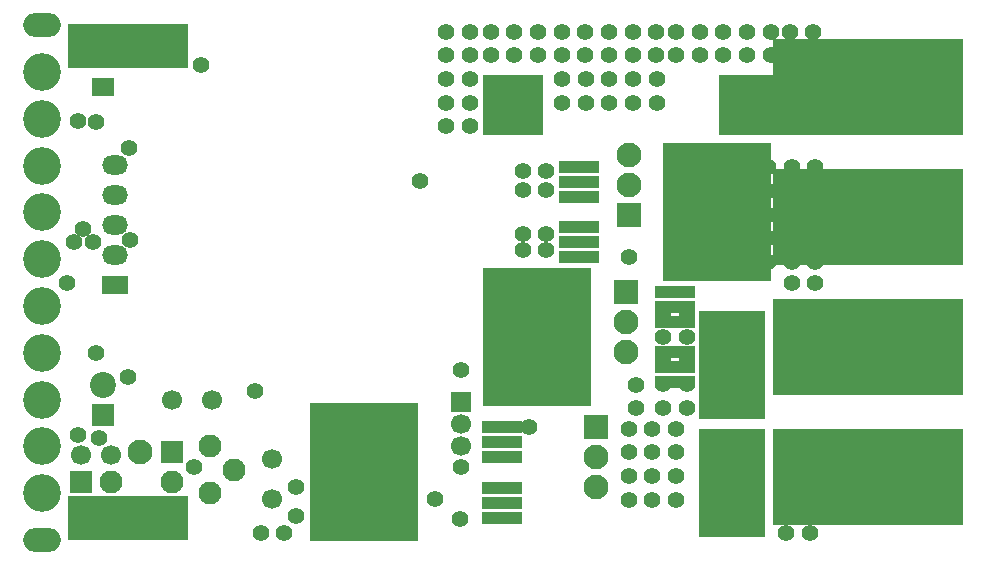
<source format=gbs>
%FSLAX42Y42*%
%MOMM*%
G71*
G01*
G75*
%ADD10C,0.45*%
%ADD11R,0.95X0.80*%
%ADD12R,0.80X0.95*%
%ADD13O,2.00X0.50*%
%ADD14R,1.52X1.27*%
%ADD15R,2.00X0.50*%
%ADD16O,0.50X2.00*%
%ADD17R,1.50X1.25*%
%ADD18R,2.54X1.52*%
%ADD19R,1.25X1.50*%
%ADD20R,1.27X0.91*%
%ADD21R,0.91X0.91*%
%ADD22R,0.95X0.90*%
%ADD23R,0.90X0.95*%
%ADD24R,0.50X2.00*%
%ADD25R,2.30X1.90*%
%ADD26R,1.90X2.30*%
%ADD27R,3.20X0.90*%
%ADD28R,9.00X11.50*%
%ADD29C,0.50*%
%ADD30C,0.75*%
%ADD31C,1.90*%
%ADD32C,0.65*%
%ADD33C,1.20*%
%ADD34C,2.15*%
%ADD35R,3.02X1.68*%
%ADD36R,1.90X1.90*%
%ADD37C,3.00*%
%ADD38O,3.00X1.80*%
%ADD39R,16.00X8.00*%
%ADD40R,5.50X9.00*%
%ADD41C,1.90*%
%ADD42R,5.00X5.00*%
%ADD43O,2.00X1.45*%
%ADD44C,1.75*%
%ADD45R,1.75X1.75*%
%ADD46C,1.50*%
%ADD47R,1.75X1.45*%
%ADD48O,1.75X1.45*%
%ADD49R,2.00X1.45*%
%ADD50C,2.00*%
%ADD51R,1.50X1.50*%
%ADD52C,1.20*%
%ADD53R,10.00X3.50*%
%ADD54R,1.15X1.00*%
%ADD55R,1.00X1.15*%
%ADD56O,2.20X0.70*%
%ADD57R,1.73X1.47*%
%ADD58R,2.20X0.70*%
%ADD59O,0.70X2.20*%
%ADD60R,1.70X1.45*%
%ADD61R,2.74X1.73*%
%ADD62R,1.45X1.70*%
%ADD63R,1.47X1.12*%
%ADD64R,1.12X1.12*%
%ADD65R,1.15X1.10*%
%ADD66R,1.10X1.15*%
%ADD67R,0.70X2.20*%
%ADD68R,2.50X2.10*%
%ADD69R,2.10X2.50*%
%ADD70R,3.40X1.10*%
%ADD71R,9.20X11.70*%
%ADD72R,2.10X2.10*%
%ADD73C,3.20*%
%ADD74O,3.20X2.00*%
%ADD75R,16.20X8.20*%
%ADD76R,5.70X9.20*%
%ADD77C,2.10*%
%ADD78R,5.20X5.20*%
%ADD79O,2.20X1.65*%
%ADD80C,1.95*%
%ADD81R,1.95X1.95*%
%ADD82C,1.70*%
%ADD83R,1.95X1.65*%
%ADD84O,1.95X1.65*%
%ADD85R,2.20X1.65*%
%ADD86C,2.20*%
%ADD87R,1.70X1.70*%
%ADD88C,1.40*%
%ADD89R,10.20X3.70*%
D70*
X9532Y-80D02*
D03*
X8065Y-1227D02*
D03*
Y-1992D02*
D03*
Y-1865D02*
D03*
Y-1738D02*
D03*
Y-1482D02*
D03*
Y-1355D02*
D03*
X8718Y852D02*
D03*
X8718Y342D02*
D03*
X8718Y342D02*
D03*
Y215D02*
D03*
Y470D02*
D03*
Y725D02*
D03*
Y852D02*
D03*
Y980D02*
D03*
X9532Y-208D02*
D03*
Y-335D02*
D03*
X9532Y-590D02*
D03*
Y-718D02*
D03*
Y-845D02*
D03*
D71*
X6897Y-1610D02*
D03*
X9885Y597D02*
D03*
X9885Y597D02*
D03*
X8365Y-462D02*
D03*
D72*
X9117Y-80D02*
D03*
X8862Y-1227D02*
D03*
X9145Y568D02*
D03*
D73*
X4175Y1780D02*
D03*
Y1385D02*
D03*
Y988D02*
D03*
Y593D02*
D03*
Y-1785D02*
D03*
Y-595D02*
D03*
Y-200D02*
D03*
Y195D02*
D03*
Y-993D02*
D03*
Y-1388D02*
D03*
D74*
Y-2180D02*
D03*
Y2175D02*
D03*
D75*
X11165Y1652D02*
D03*
Y-1648D02*
D03*
Y-547D02*
D03*
Y553D02*
D03*
D76*
X10015Y-1700D02*
D03*
Y-700D02*
D03*
D77*
X8862Y-1735D02*
D03*
Y-1481D02*
D03*
X9145Y822D02*
D03*
Y1076D02*
D03*
X9117Y-334D02*
D03*
Y-588D02*
D03*
X5000Y-1440D02*
D03*
D78*
X10160Y1502D02*
D03*
X8160D02*
D03*
D79*
X4790Y738D02*
D03*
Y993D02*
D03*
Y482D02*
D03*
Y233D02*
D03*
D80*
X5597Y-1788D02*
D03*
X5592Y-1388D02*
D03*
X5800Y-1588D02*
D03*
X5272Y-1692D02*
D03*
X4755Y-1690D02*
D03*
D81*
X5272Y-1438D02*
D03*
X4692Y-1125D02*
D03*
X4500Y-1690D02*
D03*
D82*
X6120Y-1498D02*
D03*
Y-1838D02*
D03*
X5612Y-993D02*
D03*
X5272D02*
D03*
X4503Y-1462D02*
D03*
X4753D02*
D03*
X7715Y-1390D02*
D03*
Y-1200D02*
D03*
D83*
X4692Y1652D02*
D03*
D84*
Y1908D02*
D03*
D85*
X4790Y-22D02*
D03*
D86*
X4692Y-870D02*
D03*
D87*
X7715Y-1010D02*
D03*
D88*
X10720Y-8D02*
D03*
X10520D02*
D03*
X10720Y973D02*
D03*
Y772D02*
D03*
Y572D02*
D03*
X10520Y772D02*
D03*
Y572D02*
D03*
X10720Y372D02*
D03*
Y173D02*
D03*
X10520Y372D02*
D03*
Y173D02*
D03*
Y973D02*
D03*
X10720Y-208D02*
D03*
Y-407D02*
D03*
X10520Y-208D02*
D03*
Y-407D02*
D03*
X10720Y-607D02*
D03*
Y-807D02*
D03*
X10520Y-607D02*
D03*
Y-807D02*
D03*
Y973D02*
D03*
Y772D02*
D03*
Y572D02*
D03*
X10320Y772D02*
D03*
Y572D02*
D03*
X10520Y372D02*
D03*
Y173D02*
D03*
X10320Y372D02*
D03*
Y173D02*
D03*
Y973D02*
D03*
X8572Y1920D02*
D03*
X8372D02*
D03*
X8172D02*
D03*
X8372Y2120D02*
D03*
X8172D02*
D03*
X7972Y1920D02*
D03*
Y2120D02*
D03*
X8572D02*
D03*
X10340Y1920D02*
D03*
X10140D02*
D03*
X9940D02*
D03*
X10140Y2120D02*
D03*
X9940D02*
D03*
X9740Y1920D02*
D03*
X9540D02*
D03*
X9740Y2120D02*
D03*
X9540D02*
D03*
X10340D02*
D03*
X9372Y1920D02*
D03*
X9172D02*
D03*
X8972D02*
D03*
X9172Y2120D02*
D03*
X8972D02*
D03*
X8772Y1920D02*
D03*
X8572D02*
D03*
X8772Y2120D02*
D03*
X8572D02*
D03*
X9372D02*
D03*
X9375Y1520D02*
D03*
X9175D02*
D03*
X8975D02*
D03*
X9175Y1720D02*
D03*
X8975D02*
D03*
X8775Y1520D02*
D03*
X8575D02*
D03*
X8775Y1720D02*
D03*
X8575D02*
D03*
X9375D02*
D03*
X7793Y2120D02*
D03*
Y1920D02*
D03*
Y1720D02*
D03*
X7593Y1920D02*
D03*
Y1720D02*
D03*
X7793Y1520D02*
D03*
Y1320D02*
D03*
X7593Y1520D02*
D03*
Y1320D02*
D03*
Y2120D02*
D03*
X10703Y2120D02*
D03*
Y1920D02*
D03*
Y1720D02*
D03*
X10503Y1920D02*
D03*
Y1720D02*
D03*
X10703Y1520D02*
D03*
Y1320D02*
D03*
X10503Y1520D02*
D03*
Y1320D02*
D03*
Y2120D02*
D03*
X7710Y-2002D02*
D03*
X6325Y-1975D02*
D03*
X7500Y-1835D02*
D03*
X8297Y-1227D02*
D03*
X7715Y-745D02*
D03*
X6325Y-1733D02*
D03*
X4628Y-603D02*
D03*
X7715Y-1562D02*
D03*
X9145Y215D02*
D03*
X8240Y272D02*
D03*
X8440D02*
D03*
X8240Y940D02*
D03*
Y778D02*
D03*
X8440Y938D02*
D03*
Y778D02*
D03*
X9630Y-1065D02*
D03*
Y-865D02*
D03*
Y-665D02*
D03*
X9630Y-465D02*
D03*
X9630Y-265D02*
D03*
X9430D02*
D03*
Y-465D02*
D03*
Y-665D02*
D03*
Y-865D02*
D03*
Y-1065D02*
D03*
X9520Y167D02*
D03*
Y367D02*
D03*
X9520Y568D02*
D03*
X9520Y768D02*
D03*
X9520Y968D02*
D03*
X9720Y968D02*
D03*
X9920D02*
D03*
X10120Y968D02*
D03*
X10120Y768D02*
D03*
X9720D02*
D03*
X9920D02*
D03*
X9720Y568D02*
D03*
X9920Y568D02*
D03*
X10120Y568D02*
D03*
X10120Y368D02*
D03*
X9920Y367D02*
D03*
X9720D02*
D03*
X9720Y167D02*
D03*
X9920D02*
D03*
X10120Y168D02*
D03*
X7372Y857D02*
D03*
X9140Y-1840D02*
D03*
Y-1640D02*
D03*
Y-1440D02*
D03*
Y-1240D02*
D03*
X9200Y-868D02*
D03*
Y-1065D02*
D03*
X9540Y-1840D02*
D03*
Y-1640D02*
D03*
Y-1440D02*
D03*
Y-1240D02*
D03*
X9340D02*
D03*
Y-1440D02*
D03*
Y-1640D02*
D03*
Y-1840D02*
D03*
X8240Y412D02*
D03*
X8440D02*
D03*
X4385Y-8D02*
D03*
X4912Y1138D02*
D03*
X5978Y-920D02*
D03*
X4480Y1362D02*
D03*
X4628Y1360D02*
D03*
X4520Y455D02*
D03*
X4600Y340D02*
D03*
X4897Y-800D02*
D03*
X4495Y-1960D02*
D03*
X4700D02*
D03*
X4897D02*
D03*
X5092D02*
D03*
X5297D02*
D03*
X6217Y-2120D02*
D03*
X6022D02*
D03*
X5458Y-1560D02*
D03*
X4480Y-1290D02*
D03*
X4650Y-1320D02*
D03*
X4920Y360D02*
D03*
X4440Y342D02*
D03*
X4503Y2040D02*
D03*
X4800Y2080D02*
D03*
X5520Y1837D02*
D03*
X10672Y-1327D02*
D03*
Y-1527D02*
D03*
Y-1727D02*
D03*
Y-1927D02*
D03*
Y-2127D02*
D03*
X10472D02*
D03*
Y-1927D02*
D03*
Y-1727D02*
D03*
Y-1527D02*
D03*
Y-1327D02*
D03*
X9825Y-2080D02*
D03*
D89*
X4897Y-2000D02*
D03*
Y2000D02*
D03*
M02*

</source>
